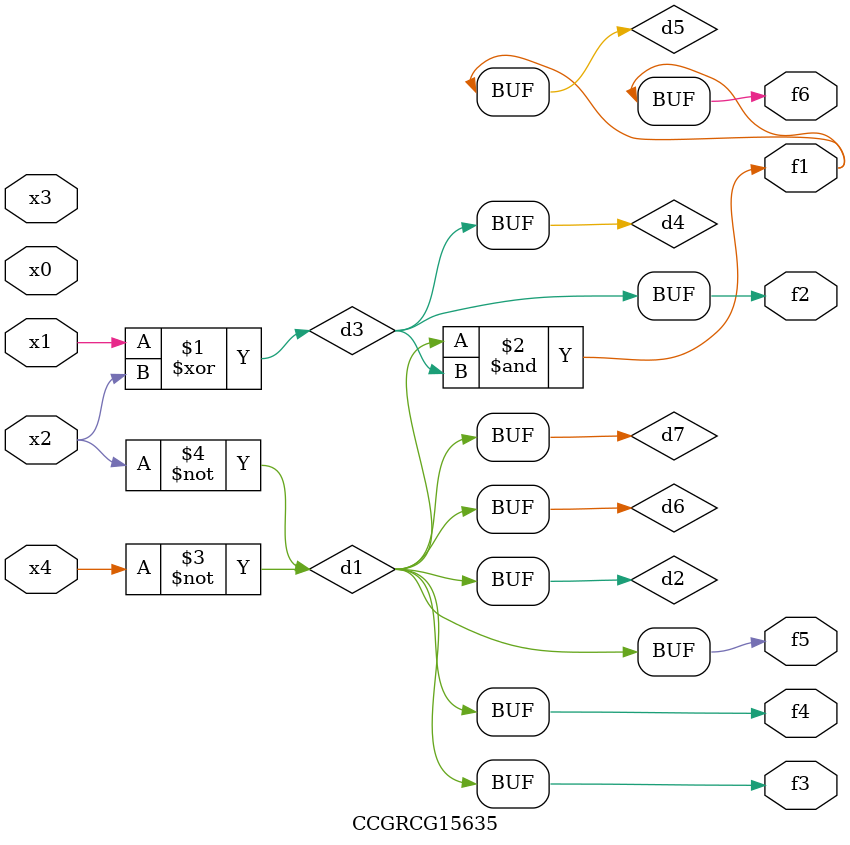
<source format=v>
module CCGRCG15635(
	input x0, x1, x2, x3, x4,
	output f1, f2, f3, f4, f5, f6
);

	wire d1, d2, d3, d4, d5, d6, d7;

	not (d1, x4);
	not (d2, x2);
	xor (d3, x1, x2);
	buf (d4, d3);
	and (d5, d1, d3);
	buf (d6, d1, d2);
	buf (d7, d2);
	assign f1 = d5;
	assign f2 = d4;
	assign f3 = d7;
	assign f4 = d7;
	assign f5 = d7;
	assign f6 = d5;
endmodule

</source>
